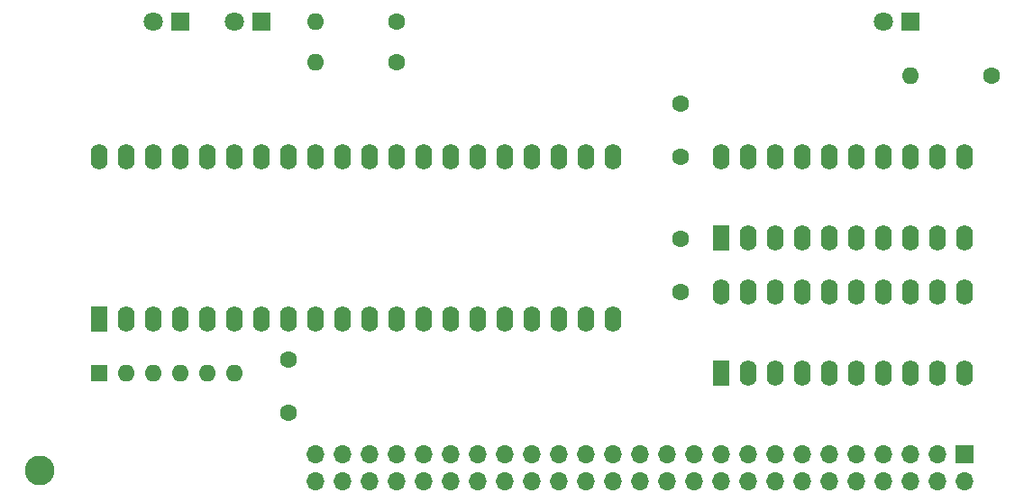
<source format=gbr>
%TF.GenerationSoftware,KiCad,Pcbnew,5.1.9*%
%TF.CreationDate,2020-12-27T17:49:40+01:00*%
%TF.ProjectId,CPU_65816_DIP40_V1.0,4350555f-3635-4383-9136-5f4449503430,1.0*%
%TF.SameCoordinates,Original*%
%TF.FileFunction,Soldermask,Top*%
%TF.FilePolarity,Negative*%
%FSLAX46Y46*%
G04 Gerber Fmt 4.6, Leading zero omitted, Abs format (unit mm)*
G04 Created by KiCad (PCBNEW 5.1.9) date 2020-12-27 17:49:40*
%MOMM*%
%LPD*%
G01*
G04 APERTURE LIST*
%ADD10O,1.600000X2.400000*%
%ADD11R,1.600000X2.400000*%
%ADD12C,2.800000*%
%ADD13O,1.600000X1.600000*%
%ADD14R,1.600000X1.600000*%
%ADD15C,1.600000*%
%ADD16C,1.800000*%
%ADD17R,1.800000X1.800000*%
%ADD18O,1.700000X1.700000*%
%ADD19R,1.700000X1.700000*%
G04 APERTURE END LIST*
D10*
%TO.C,U3*%
X147320000Y-79375000D03*
X170180000Y-86995000D03*
X149860000Y-79375000D03*
X167640000Y-86995000D03*
X152400000Y-79375000D03*
X165100000Y-86995000D03*
X154940000Y-79375000D03*
X162560000Y-86995000D03*
X157480000Y-79375000D03*
X160020000Y-86995000D03*
X160020000Y-79375000D03*
X157480000Y-86995000D03*
X162560000Y-79375000D03*
X154940000Y-86995000D03*
X165100000Y-79375000D03*
X152400000Y-86995000D03*
X167640000Y-79375000D03*
X149860000Y-86995000D03*
X170180000Y-79375000D03*
D11*
X147320000Y-86995000D03*
%TD*%
D10*
%TO.C,U2*%
X147320000Y-92075000D03*
X170180000Y-99695000D03*
X149860000Y-92075000D03*
X167640000Y-99695000D03*
X152400000Y-92075000D03*
X165100000Y-99695000D03*
X154940000Y-92075000D03*
X162560000Y-99695000D03*
X157480000Y-92075000D03*
X160020000Y-99695000D03*
X160020000Y-92075000D03*
X157480000Y-99695000D03*
X162560000Y-92075000D03*
X154940000Y-99695000D03*
X165100000Y-92075000D03*
X152400000Y-99695000D03*
X167640000Y-92075000D03*
X149860000Y-99695000D03*
X170180000Y-92075000D03*
D11*
X147320000Y-99695000D03*
%TD*%
D12*
%TO.C,TP1*%
X83312000Y-108839000D03*
%TD*%
D10*
%TO.C,U1*%
X88900000Y-79375000D03*
X137160000Y-94615000D03*
X91440000Y-79375000D03*
X134620000Y-94615000D03*
X93980000Y-79375000D03*
X132080000Y-94615000D03*
X96520000Y-79375000D03*
X129540000Y-94615000D03*
X99060000Y-79375000D03*
X127000000Y-94615000D03*
X101600000Y-79375000D03*
X124460000Y-94615000D03*
X104140000Y-79375000D03*
X121920000Y-94615000D03*
X106680000Y-79375000D03*
X119380000Y-94615000D03*
X109220000Y-79375000D03*
X116840000Y-94615000D03*
X111760000Y-79375000D03*
X114300000Y-94615000D03*
X114300000Y-79375000D03*
X111760000Y-94615000D03*
X116840000Y-79375000D03*
X109220000Y-94615000D03*
X119380000Y-79375000D03*
X106680000Y-94615000D03*
X121920000Y-79375000D03*
X104140000Y-94615000D03*
X124460000Y-79375000D03*
X101600000Y-94615000D03*
X127000000Y-79375000D03*
X99060000Y-94615000D03*
X129540000Y-79375000D03*
X96520000Y-94615000D03*
X132080000Y-79375000D03*
X93980000Y-94615000D03*
X134620000Y-79375000D03*
X91440000Y-94615000D03*
X137160000Y-79375000D03*
D11*
X88900000Y-94615000D03*
%TD*%
D13*
%TO.C,RN1*%
X101600000Y-99695000D03*
X99060000Y-99695000D03*
X96520000Y-99695000D03*
X93980000Y-99695000D03*
X91440000Y-99695000D03*
D14*
X88900000Y-99695000D03*
%TD*%
D13*
%TO.C,R3*%
X109220000Y-70485000D03*
D15*
X116840000Y-70485000D03*
%TD*%
D13*
%TO.C,R2*%
X109220000Y-66675000D03*
D15*
X116840000Y-66675000D03*
%TD*%
D16*
%TO.C,D3*%
X93980000Y-66675000D03*
D17*
X96520000Y-66675000D03*
%TD*%
D16*
%TO.C,D2*%
X101600000Y-66675000D03*
D17*
X104140000Y-66675000D03*
%TD*%
D15*
%TO.C,C3*%
X143510000Y-74375000D03*
X143510000Y-79375000D03*
%TD*%
%TO.C,C2*%
X143510000Y-87075000D03*
X143510000Y-92075000D03*
%TD*%
%TO.C,C1*%
X106680000Y-103425000D03*
X106680000Y-98425000D03*
%TD*%
D13*
%TO.C,R1*%
X165100000Y-71755000D03*
D15*
X172720000Y-71755000D03*
%TD*%
D18*
%TO.C,J1*%
X109220000Y-109855000D03*
X109220000Y-107315000D03*
X111760000Y-109855000D03*
X111760000Y-107315000D03*
X114300000Y-109855000D03*
X114300000Y-107315000D03*
X116840000Y-109855000D03*
X116840000Y-107315000D03*
X119380000Y-109855000D03*
X119380000Y-107315000D03*
X121920000Y-109855000D03*
X121920000Y-107315000D03*
X124460000Y-109855000D03*
X124460000Y-107315000D03*
X127000000Y-109855000D03*
X127000000Y-107315000D03*
X129540000Y-109855000D03*
X129540000Y-107315000D03*
X132080000Y-109855000D03*
X132080000Y-107315000D03*
X134620000Y-109855000D03*
X134620000Y-107315000D03*
X137160000Y-109855000D03*
X137160000Y-107315000D03*
X139700000Y-109855000D03*
X139700000Y-107315000D03*
X142240000Y-109855000D03*
X142240000Y-107315000D03*
X144780000Y-109855000D03*
X144780000Y-107315000D03*
X147320000Y-109855000D03*
X147320000Y-107315000D03*
X149860000Y-109855000D03*
X149860000Y-107315000D03*
X152400000Y-109855000D03*
X152400000Y-107315000D03*
X154940000Y-109855000D03*
X154940000Y-107315000D03*
X157480000Y-109855000D03*
X157480000Y-107315000D03*
X160020000Y-109855000D03*
X160020000Y-107315000D03*
X162560000Y-109855000D03*
X162560000Y-107315000D03*
X165100000Y-109855000D03*
X165100000Y-107315000D03*
X167640000Y-109855000D03*
X167640000Y-107315000D03*
X170180000Y-109855000D03*
D19*
X170180000Y-107315000D03*
%TD*%
D16*
%TO.C,D1*%
X162560000Y-66675000D03*
D17*
X165100000Y-66675000D03*
%TD*%
M02*

</source>
